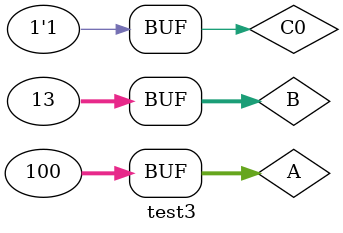
<source format=v>
`timescale 1ns / 1ps


module test3;

	// Inputs
	reg [31:0] A;
	reg [31:0] B;
	reg C0;

	// Outputs
	wire [31:0] S;
	wire Co;

	// Instantiate the Unit Under Test (UUT)
	ADC321 uut (
		.A(A), 
		.B(B), 
		.C0(C0), 
		.S(S), 
		.Co(Co)
	);

	initial begin
		// Initialize Inputs
		A = 0;
		B = 0;
		C0 = 0;

		// Wait 100 ns for global reset to finish
		#100;
        
		// Add stimulus here
		A=32'hffff_ffff;
		B=32'd2;
		#100;
		A=32'd100;
		B=32'd13;
		C0=1;

	end
      
endmodule


</source>
